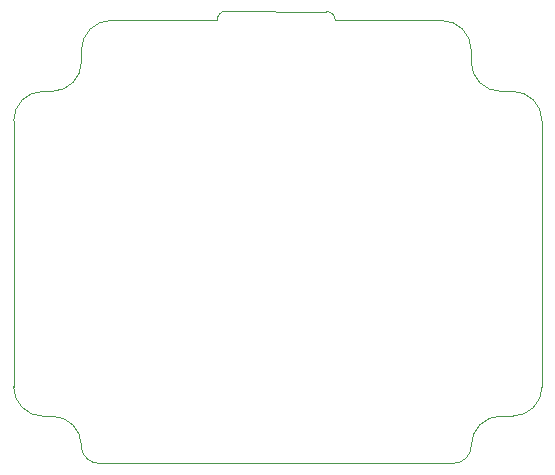
<source format=gbr>
%TF.GenerationSoftware,KiCad,Pcbnew,8.0.2*%
%TF.CreationDate,2024-07-19T14:35:34-04:00*%
%TF.ProjectId,StepperMotorDriver,53746570-7065-4724-9d6f-746f72447269,rev?*%
%TF.SameCoordinates,Original*%
%TF.FileFunction,Profile,NP*%
%FSLAX46Y46*%
G04 Gerber Fmt 4.6, Leading zero omitted, Abs format (unit mm)*
G04 Created by KiCad (PCBNEW 8.0.2) date 2024-07-19 14:35:34*
%MOMM*%
%LPD*%
G01*
G04 APERTURE LIST*
%TA.AperFunction,Profile*%
%ADD10C,0.050000*%
%TD*%
G04 APERTURE END LIST*
D10*
X111750000Y-92500000D02*
G75*
G02*
X114250000Y-90000000I2500000J0D01*
G01*
X150500000Y-120000000D02*
G75*
G02*
X153000000Y-117500000I2500000J0D01*
G01*
X156500000Y-92500000D02*
X156500000Y-115000000D01*
X154000000Y-90000000D02*
G75*
G02*
X156500000Y-92500000I0J-2500000D01*
G01*
X117500001Y-120229310D02*
X117500000Y-120000000D01*
X117500000Y-87500000D02*
G75*
G02*
X115000000Y-90000000I-2500000J0D01*
G01*
X111750000Y-92500000D02*
X111750000Y-115000000D01*
X150500000Y-86500000D02*
X150500000Y-87500000D01*
X117500000Y-86500000D02*
G75*
G02*
X120000000Y-84000000I2500000J0D01*
G01*
X138207106Y-83250001D02*
G75*
G02*
X139001225Y-84000000I42894J-749999D01*
G01*
X156500000Y-115000000D02*
G75*
G02*
X154000000Y-117500000I-2500000J0D01*
G01*
X153000000Y-117500000D02*
X154000000Y-117500000D01*
X150500001Y-120000001D02*
G75*
G02*
X149000001Y-121500001I-1500001J1D01*
G01*
X117500000Y-87500000D02*
X117500000Y-86500000D01*
X119000000Y-121500000D02*
X149000000Y-121500000D01*
X115000000Y-117500000D02*
G75*
G02*
X117500000Y-120000000I0J-2500000D01*
G01*
X148000000Y-84000000D02*
G75*
G02*
X150500000Y-86500000I0J-2500000D01*
G01*
X139001225Y-84000000D02*
X148000000Y-84000000D01*
X138207106Y-83250001D02*
X129750000Y-83205881D01*
X114250000Y-117500000D02*
G75*
G02*
X111750000Y-115000000I0J2500000D01*
G01*
X129000001Y-84000000D02*
G75*
G02*
X129750000Y-83205875I749999J42900D01*
G01*
X153000000Y-90000000D02*
X154000000Y-90000000D01*
X120000000Y-84000000D02*
X129000000Y-84000000D01*
X119000000Y-121500000D02*
G75*
G02*
X117499992Y-120229311I0J1520700D01*
G01*
X153000000Y-90000000D02*
G75*
G02*
X150500000Y-87500000I0J2500000D01*
G01*
X114250000Y-90000000D02*
X115000000Y-90000000D01*
X114250000Y-117500000D02*
X115000000Y-117500000D01*
M02*

</source>
